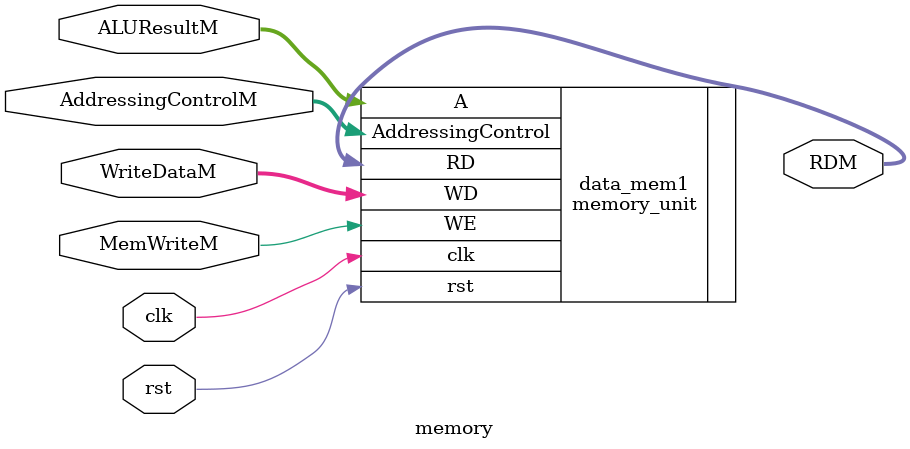
<source format=sv>
module memory(

input logic        clk,
input logic        rst,
input logic        MemWriteM, 
input logic [31:0] ALUResultM,
input logic [31:0] WriteDataM,
input logic [2:0]  AddressingControlM,

output logic [31:0] RDM

);

memory_unit data_mem1(

    .clk(clk),
    .rst(rst),
    .WE(MemWriteM),
    .A(ALUResultM),
    .WD(WriteDataM),
    .AddressingControl(AddressingControlM),
    .RD(RDM)

);

endmodule

</source>
